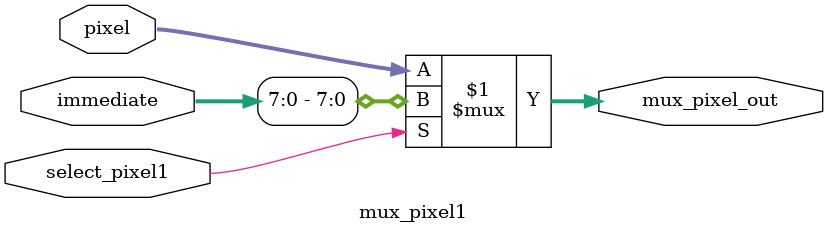
<source format=v>
`timescale 1ns / 1ps
module mux_pixel1(
    input [7:0] pixel,
    input [31:0] immediate,
    input select_pixel1,
    output [7:0] mux_pixel_out
    );
	 

	assign mux_pixel_out = (select_pixel1) ? immediate[7:0] : pixel;


endmodule

</source>
